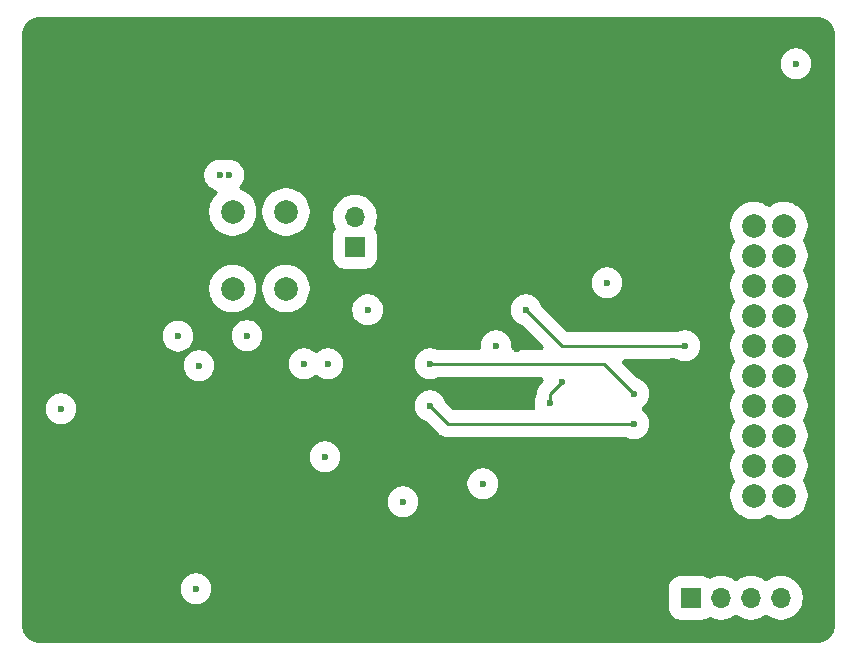
<source format=gbl>
G04 #@! TF.GenerationSoftware,KiCad,Pcbnew,9.0.0*
G04 #@! TF.CreationDate,2025-08-17T11:06:40-05:00*
G04 #@! TF.ProjectId,silver-platter,73696c76-6572-42d7-906c-61747465722e,rev?*
G04 #@! TF.SameCoordinates,Original*
G04 #@! TF.FileFunction,Copper,L4,Bot*
G04 #@! TF.FilePolarity,Positive*
%FSLAX46Y46*%
G04 Gerber Fmt 4.6, Leading zero omitted, Abs format (unit mm)*
G04 Created by KiCad (PCBNEW 9.0.0) date 2025-08-17 11:06:40*
%MOMM*%
%LPD*%
G01*
G04 APERTURE LIST*
G04 #@! TA.AperFunction,ComponentPad*
%ADD10C,2.000000*%
G04 #@! TD*
G04 #@! TA.AperFunction,ComponentPad*
%ADD11R,1.700000X1.700000*%
G04 #@! TD*
G04 #@! TA.AperFunction,ComponentPad*
%ADD12O,1.700000X1.700000*%
G04 #@! TD*
G04 #@! TA.AperFunction,ViaPad*
%ADD13C,0.600000*%
G04 #@! TD*
G04 #@! TA.AperFunction,Conductor*
%ADD14C,0.250000*%
G04 #@! TD*
G04 APERTURE END LIST*
D10*
X136470000Y-96520000D03*
X136470000Y-90020000D03*
X140970000Y-96520000D03*
X140970000Y-90020000D03*
X180594000Y-91186000D03*
X183134000Y-91186000D03*
X180594000Y-93726000D03*
X183134000Y-93726000D03*
X180594000Y-96266000D03*
X183134000Y-96266000D03*
X180594000Y-98806000D03*
X183134000Y-98806000D03*
X180594000Y-101346000D03*
X183134000Y-101346000D03*
X180594000Y-103886000D03*
X183134000Y-103886000D03*
X180594000Y-106426000D03*
X183134000Y-106426000D03*
X180594000Y-108966000D03*
X183134000Y-108966000D03*
X180594000Y-111506000D03*
X183134000Y-111506000D03*
X180594000Y-114046000D03*
X183134000Y-114046000D03*
D11*
X175260000Y-122682000D03*
D12*
X177800000Y-122682000D03*
X180340000Y-122682000D03*
X182880000Y-122682000D03*
D11*
X146812000Y-92964000D03*
D12*
X146812000Y-90424000D03*
D13*
X143510000Y-94488000D03*
X133350000Y-121920000D03*
X147881000Y-98298000D03*
X150876000Y-114554000D03*
X144272000Y-110744000D03*
X158750000Y-101346000D03*
X168148000Y-96012000D03*
X137668000Y-100483500D03*
X157633500Y-113030000D03*
X142494000Y-102870000D03*
X144526000Y-102870000D03*
X142494000Y-107087500D03*
X153767000Y-87000000D03*
X132307500Y-78766500D03*
X149151000Y-114554000D03*
X149606000Y-93980000D03*
X144526000Y-101145000D03*
X132541000Y-112014000D03*
X169545000Y-90805000D03*
X173736000Y-102616000D03*
X153977000Y-114554000D03*
X184150000Y-83312000D03*
X142494000Y-101145000D03*
X137160000Y-109855000D03*
X173736000Y-96012000D03*
X144526000Y-107087500D03*
X158750000Y-99621000D03*
X185928000Y-102616000D03*
X173736000Y-99314000D03*
X120015000Y-99695000D03*
X127635000Y-121920000D03*
X166370000Y-77470000D03*
X186182000Y-122682000D03*
X139954000Y-107542500D03*
X135890000Y-104140000D03*
X135128000Y-104140000D03*
X172085000Y-119380000D03*
X126365000Y-89535000D03*
X149606000Y-98298000D03*
X152400000Y-77470000D03*
X131545500Y-78766500D03*
X162500000Y-87000000D03*
X152400000Y-121920000D03*
X158182000Y-87000000D03*
X159358500Y-113030000D03*
X173355000Y-111760000D03*
X121920000Y-121920000D03*
X180340000Y-77470000D03*
X160528000Y-101653000D03*
X153162000Y-106426000D03*
X170434000Y-107950000D03*
X121920000Y-106680000D03*
X136117500Y-86894500D03*
X131826000Y-100536500D03*
X184150000Y-77470000D03*
X135355500Y-86894500D03*
X133615000Y-103023500D03*
X163322000Y-106172000D03*
X164338000Y-104394000D03*
X174752000Y-101346000D03*
X161290000Y-98298000D03*
X170434000Y-105410000D03*
X153162000Y-102870000D03*
D14*
X153162000Y-106426000D02*
X154686000Y-107950000D01*
X154686000Y-107950000D02*
X170434000Y-107950000D01*
X164338000Y-104394000D02*
X163322000Y-105410000D01*
X163322000Y-105410000D02*
X163322000Y-106172000D01*
X174752000Y-101346000D02*
X164338000Y-101346000D01*
X164338000Y-101346000D02*
X161290000Y-98298000D01*
X167894000Y-102870000D02*
X170434000Y-105410000D01*
X153162000Y-102870000D02*
X167894000Y-102870000D01*
G04 #@! TA.AperFunction,Conductor*
G36*
X185968863Y-73526134D02*
G01*
X185996639Y-73528120D01*
X186155645Y-73539493D01*
X186190793Y-73544546D01*
X186365064Y-73582456D01*
X186399143Y-73592463D01*
X186566228Y-73654783D01*
X186598542Y-73669540D01*
X186755062Y-73755006D01*
X186784947Y-73774212D01*
X186927703Y-73881078D01*
X186954553Y-73904343D01*
X187080656Y-74030446D01*
X187103921Y-74057296D01*
X187210787Y-74200052D01*
X187229995Y-74229940D01*
X187315459Y-74386457D01*
X187330216Y-74418771D01*
X187392534Y-74585850D01*
X187402544Y-74619939D01*
X187440451Y-74794195D01*
X187445507Y-74829360D01*
X187458866Y-75016135D01*
X187459500Y-75033899D01*
X187459500Y-124991100D01*
X187458866Y-125008863D01*
X187458866Y-125008864D01*
X187445507Y-125195639D01*
X187440451Y-125230804D01*
X187402544Y-125405060D01*
X187392534Y-125439149D01*
X187330216Y-125606228D01*
X187315459Y-125638542D01*
X187229995Y-125795059D01*
X187210787Y-125824947D01*
X187103921Y-125967703D01*
X187080656Y-125994553D01*
X186954553Y-126120656D01*
X186927703Y-126143921D01*
X186784947Y-126250787D01*
X186755059Y-126269995D01*
X186598542Y-126355459D01*
X186566228Y-126370216D01*
X186399149Y-126432534D01*
X186365060Y-126442544D01*
X186190804Y-126480451D01*
X186155639Y-126485507D01*
X185968864Y-126498866D01*
X185951100Y-126499500D01*
X120118900Y-126499500D01*
X120101136Y-126498866D01*
X119914360Y-126485507D01*
X119879195Y-126480451D01*
X119704939Y-126442544D01*
X119670850Y-126432534D01*
X119503771Y-126370216D01*
X119471457Y-126355459D01*
X119314940Y-126269995D01*
X119285052Y-126250787D01*
X119142296Y-126143921D01*
X119115446Y-126120656D01*
X118989343Y-125994553D01*
X118966078Y-125967703D01*
X118859212Y-125824947D01*
X118840004Y-125795059D01*
X118754540Y-125638542D01*
X118739783Y-125606228D01*
X118677465Y-125439149D01*
X118667455Y-125405060D01*
X118629546Y-125230793D01*
X118624493Y-125195645D01*
X118611134Y-125008863D01*
X118610500Y-124991100D01*
X118610500Y-121817638D01*
X132049500Y-121817638D01*
X132049500Y-122022361D01*
X132081522Y-122224531D01*
X132144778Y-122419214D01*
X132144782Y-122419224D01*
X132216874Y-122560712D01*
X132237713Y-122601610D01*
X132358034Y-122767219D01*
X132502781Y-122911966D01*
X132668390Y-123032287D01*
X132850781Y-123125220D01*
X133045466Y-123188477D01*
X133116575Y-123199739D01*
X133247638Y-123220499D01*
X133247645Y-123220499D01*
X133247648Y-123220500D01*
X133247651Y-123220500D01*
X133452349Y-123220500D01*
X133452352Y-123220500D01*
X133452355Y-123220499D01*
X133452361Y-123220499D01*
X133547870Y-123205371D01*
X133654534Y-123188477D01*
X133849219Y-123125220D01*
X134031610Y-123032287D01*
X134197219Y-122911966D01*
X134341966Y-122767219D01*
X134462287Y-122601610D01*
X134555220Y-122419219D01*
X134618477Y-122224534D01*
X134650500Y-122022352D01*
X134650500Y-121817648D01*
X134650499Y-121817645D01*
X134650499Y-121817638D01*
X134648876Y-121807390D01*
X134648876Y-121807389D01*
X134643582Y-121773963D01*
X173409500Y-121773963D01*
X173409500Y-123590031D01*
X173409501Y-123590043D01*
X173420113Y-123709414D01*
X173420113Y-123709417D01*
X173420114Y-123709418D01*
X173420936Y-123712289D01*
X173476090Y-123905045D01*
X173476093Y-123905053D01*
X173565526Y-124076265D01*
X173570302Y-124085407D01*
X173698891Y-124243109D01*
X173856593Y-124371698D01*
X174036951Y-124465909D01*
X174232582Y-124521886D01*
X174351963Y-124532500D01*
X176168036Y-124532499D01*
X176287418Y-124521886D01*
X176483049Y-124465909D01*
X176663407Y-124371698D01*
X176680453Y-124357797D01*
X176766278Y-124312269D01*
X176862995Y-124303050D01*
X176955877Y-124331544D01*
X176962265Y-124335107D01*
X176979788Y-124345224D01*
X176979789Y-124345224D01*
X176979792Y-124345226D01*
X176979800Y-124345230D01*
X177129196Y-124407110D01*
X177203900Y-124438054D01*
X177203911Y-124438057D01*
X177203917Y-124438059D01*
X177307855Y-124465909D01*
X177438211Y-124500838D01*
X177678712Y-124532500D01*
X177921288Y-124532500D01*
X178161789Y-124500838D01*
X178323275Y-124457567D01*
X178396082Y-124438059D01*
X178396084Y-124438058D01*
X178396100Y-124438054D01*
X178556305Y-124371695D01*
X178620201Y-124345229D01*
X178620206Y-124345226D01*
X178620212Y-124345224D01*
X178830289Y-124223936D01*
X178918423Y-124156308D01*
X179005554Y-124113341D01*
X179102501Y-124106986D01*
X179194500Y-124138216D01*
X179221568Y-124156301D01*
X179309711Y-124223936D01*
X179353568Y-124249257D01*
X179519782Y-124345221D01*
X179519798Y-124345229D01*
X179659858Y-124403242D01*
X179743900Y-124438054D01*
X179743911Y-124438057D01*
X179743917Y-124438059D01*
X179847855Y-124465909D01*
X179978211Y-124500838D01*
X180218712Y-124532500D01*
X180461288Y-124532500D01*
X180701789Y-124500838D01*
X180863275Y-124457567D01*
X180936082Y-124438059D01*
X180936084Y-124438058D01*
X180936100Y-124438054D01*
X181096305Y-124371695D01*
X181160201Y-124345229D01*
X181160206Y-124345226D01*
X181160212Y-124345224D01*
X181370289Y-124223936D01*
X181458830Y-124155995D01*
X181545965Y-124113025D01*
X181642912Y-124106671D01*
X181734911Y-124137901D01*
X181761992Y-124155995D01*
X181849999Y-124223524D01*
X182060004Y-124344771D01*
X182060020Y-124344779D01*
X182284055Y-124437576D01*
X182284064Y-124437579D01*
X182518313Y-124500346D01*
X182758745Y-124532000D01*
X183001255Y-124532000D01*
X183241686Y-124500346D01*
X183475935Y-124437579D01*
X183475944Y-124437576D01*
X183699979Y-124344779D01*
X183699995Y-124344771D01*
X183910000Y-124223524D01*
X183910010Y-124223518D01*
X184102400Y-124075893D01*
X184102410Y-124075884D01*
X184273884Y-123904410D01*
X184273893Y-123904400D01*
X184421518Y-123712010D01*
X184421524Y-123712000D01*
X184542771Y-123501995D01*
X184542779Y-123501979D01*
X184635576Y-123277944D01*
X184635579Y-123277935D01*
X184698346Y-123043686D01*
X184730000Y-122803254D01*
X184730000Y-122560745D01*
X184698346Y-122320313D01*
X184635579Y-122086064D01*
X184635576Y-122086055D01*
X184542779Y-121862020D01*
X184542771Y-121862004D01*
X184421524Y-121651999D01*
X184421518Y-121651989D01*
X184273893Y-121459599D01*
X184273884Y-121459589D01*
X184102410Y-121288115D01*
X184102400Y-121288106D01*
X183910010Y-121140481D01*
X183910000Y-121140475D01*
X183699995Y-121019228D01*
X183699979Y-121019220D01*
X183475944Y-120926423D01*
X183475935Y-120926420D01*
X183241686Y-120863653D01*
X183001255Y-120832000D01*
X182758745Y-120832000D01*
X182518313Y-120863653D01*
X182284064Y-120926420D01*
X182284055Y-120926423D01*
X182060020Y-121019220D01*
X182060004Y-121019228D01*
X181850000Y-121140474D01*
X181761991Y-121208005D01*
X181674854Y-121250974D01*
X181577907Y-121257327D01*
X181485909Y-121226097D01*
X181458831Y-121208004D01*
X181370832Y-121140481D01*
X181370289Y-121140064D01*
X181337084Y-121120893D01*
X181160217Y-121018778D01*
X181160201Y-121018770D01*
X180936105Y-120925948D01*
X180936103Y-120925947D01*
X180936100Y-120925946D01*
X180936096Y-120925945D01*
X180936082Y-120925940D01*
X180701795Y-120863163D01*
X180701790Y-120863162D01*
X180461288Y-120831500D01*
X180218712Y-120831500D01*
X179978209Y-120863162D01*
X179978204Y-120863163D01*
X179743917Y-120925940D01*
X179743894Y-120925948D01*
X179519798Y-121018770D01*
X179519782Y-121018778D01*
X179309720Y-121140058D01*
X179309715Y-121140061D01*
X179309711Y-121140064D01*
X179221578Y-121207690D01*
X179134445Y-121250659D01*
X179037498Y-121257013D01*
X178945499Y-121225783D01*
X178918425Y-121207693D01*
X178830289Y-121140064D01*
X178797084Y-121120893D01*
X178620217Y-121018778D01*
X178620201Y-121018770D01*
X178396105Y-120925948D01*
X178396103Y-120925947D01*
X178396100Y-120925946D01*
X178396096Y-120925945D01*
X178396082Y-120925940D01*
X178161795Y-120863163D01*
X178161790Y-120863162D01*
X177921288Y-120831500D01*
X177678712Y-120831500D01*
X177438209Y-120863162D01*
X177438204Y-120863163D01*
X177203917Y-120925940D01*
X177203894Y-120925948D01*
X176979789Y-121018774D01*
X176979781Y-121018778D01*
X176962303Y-121028869D01*
X176870303Y-121060096D01*
X176773357Y-121053739D01*
X176686222Y-121010765D01*
X176680456Y-121006203D01*
X176663413Y-120992306D01*
X176663402Y-120992299D01*
X176483053Y-120898093D01*
X176483052Y-120898092D01*
X176483049Y-120898091D01*
X176287418Y-120842114D01*
X176168037Y-120831500D01*
X176168035Y-120831500D01*
X174351968Y-120831500D01*
X174351956Y-120831501D01*
X174232585Y-120842113D01*
X174036954Y-120898090D01*
X174036946Y-120898093D01*
X173856597Y-120992299D01*
X173856592Y-120992302D01*
X173698893Y-121120889D01*
X173698889Y-121120893D01*
X173570302Y-121278592D01*
X173570299Y-121278597D01*
X173476093Y-121458946D01*
X173476090Y-121458954D01*
X173420115Y-121654578D01*
X173420114Y-121654582D01*
X173409500Y-121773963D01*
X134643582Y-121773963D01*
X134618477Y-121615467D01*
X134567832Y-121459599D01*
X134555220Y-121420781D01*
X134462287Y-121238390D01*
X134341966Y-121072781D01*
X134197219Y-120928034D01*
X134031610Y-120807713D01*
X134031609Y-120807712D01*
X134031607Y-120807711D01*
X133849224Y-120714782D01*
X133849214Y-120714778D01*
X133654531Y-120651522D01*
X133452361Y-120619500D01*
X133452352Y-120619500D01*
X133247648Y-120619500D01*
X133247638Y-120619500D01*
X133045468Y-120651522D01*
X132850785Y-120714778D01*
X132850775Y-120714782D01*
X132668392Y-120807711D01*
X132502779Y-120928035D01*
X132358035Y-121072779D01*
X132237711Y-121238392D01*
X132144782Y-121420775D01*
X132144778Y-121420785D01*
X132081522Y-121615468D01*
X132049500Y-121817638D01*
X118610500Y-121817638D01*
X118610500Y-114451638D01*
X149575500Y-114451638D01*
X149575500Y-114656361D01*
X149607522Y-114858531D01*
X149670778Y-115053214D01*
X149670782Y-115053224D01*
X149763711Y-115235607D01*
X149763713Y-115235610D01*
X149884034Y-115401219D01*
X150028781Y-115545966D01*
X150194390Y-115666287D01*
X150194392Y-115666288D01*
X150285111Y-115712512D01*
X150376781Y-115759220D01*
X150571466Y-115822477D01*
X150642575Y-115833739D01*
X150773638Y-115854499D01*
X150773645Y-115854499D01*
X150773648Y-115854500D01*
X150773651Y-115854500D01*
X150978349Y-115854500D01*
X150978352Y-115854500D01*
X150978355Y-115854499D01*
X150978361Y-115854499D01*
X151073870Y-115839371D01*
X151180534Y-115822477D01*
X151375219Y-115759220D01*
X151557610Y-115666287D01*
X151723219Y-115545966D01*
X151867966Y-115401219D01*
X151988287Y-115235610D01*
X152081220Y-115053219D01*
X152144477Y-114858534D01*
X152161371Y-114751870D01*
X152176499Y-114656361D01*
X152176500Y-114656349D01*
X152176500Y-114451650D01*
X152176499Y-114451638D01*
X152144477Y-114249468D01*
X152144477Y-114249466D01*
X152081220Y-114054781D01*
X151988287Y-113872390D01*
X151867966Y-113706781D01*
X151723219Y-113562034D01*
X151557610Y-113441713D01*
X151557609Y-113441712D01*
X151557607Y-113441711D01*
X151375224Y-113348782D01*
X151375214Y-113348778D01*
X151180531Y-113285522D01*
X150978361Y-113253500D01*
X150978352Y-113253500D01*
X150773648Y-113253500D01*
X150773638Y-113253500D01*
X150571468Y-113285522D01*
X150376785Y-113348778D01*
X150376775Y-113348782D01*
X150194392Y-113441711D01*
X150028779Y-113562035D01*
X149884035Y-113706779D01*
X149763711Y-113872392D01*
X149670782Y-114054775D01*
X149670778Y-114054785D01*
X149607522Y-114249468D01*
X149575500Y-114451638D01*
X118610500Y-114451638D01*
X118610500Y-112927638D01*
X156333000Y-112927638D01*
X156333000Y-113132361D01*
X156365022Y-113334531D01*
X156428278Y-113529214D01*
X156428282Y-113529224D01*
X156518751Y-113706779D01*
X156521213Y-113711610D01*
X156641534Y-113877219D01*
X156786281Y-114021966D01*
X156951890Y-114142287D01*
X156951892Y-114142288D01*
X157020253Y-114177120D01*
X157134281Y-114235220D01*
X157328966Y-114298477D01*
X157400075Y-114309739D01*
X157531138Y-114330499D01*
X157531145Y-114330499D01*
X157531148Y-114330500D01*
X157531151Y-114330500D01*
X157735849Y-114330500D01*
X157735852Y-114330500D01*
X157735855Y-114330499D01*
X157735861Y-114330499D01*
X157831370Y-114315371D01*
X157938034Y-114298477D01*
X158132719Y-114235220D01*
X158315110Y-114142287D01*
X158480719Y-114021966D01*
X158625466Y-113877219D01*
X158745787Y-113711610D01*
X158838720Y-113529219D01*
X158901977Y-113334534D01*
X158929698Y-113159516D01*
X158933999Y-113132361D01*
X158934000Y-113132349D01*
X158934000Y-112927650D01*
X158933999Y-112927638D01*
X158901977Y-112725468D01*
X158901977Y-112725466D01*
X158838720Y-112530781D01*
X158745787Y-112348390D01*
X158625466Y-112182781D01*
X158480719Y-112038034D01*
X158315110Y-111917713D01*
X158315109Y-111917712D01*
X158315107Y-111917711D01*
X158132724Y-111824782D01*
X158132714Y-111824778D01*
X157938031Y-111761522D01*
X157735861Y-111729500D01*
X157735852Y-111729500D01*
X157531148Y-111729500D01*
X157531138Y-111729500D01*
X157328968Y-111761522D01*
X157134285Y-111824778D01*
X157134275Y-111824782D01*
X156951892Y-111917711D01*
X156786279Y-112038035D01*
X156641535Y-112182779D01*
X156521211Y-112348392D01*
X156428282Y-112530775D01*
X156428278Y-112530785D01*
X156365022Y-112725468D01*
X156333000Y-112927638D01*
X118610500Y-112927638D01*
X118610500Y-110641638D01*
X142971500Y-110641638D01*
X142971500Y-110846361D01*
X143003522Y-111048531D01*
X143066778Y-111243214D01*
X143066782Y-111243224D01*
X143133881Y-111374912D01*
X143159713Y-111425610D01*
X143280034Y-111591219D01*
X143424781Y-111735966D01*
X143590390Y-111856287D01*
X143772781Y-111949220D01*
X143967466Y-112012477D01*
X144038575Y-112023739D01*
X144169638Y-112044499D01*
X144169645Y-112044499D01*
X144169648Y-112044500D01*
X144169651Y-112044500D01*
X144374349Y-112044500D01*
X144374352Y-112044500D01*
X144374355Y-112044499D01*
X144374361Y-112044499D01*
X144469870Y-112029371D01*
X144576534Y-112012477D01*
X144771219Y-111949220D01*
X144953610Y-111856287D01*
X145119219Y-111735966D01*
X145263966Y-111591219D01*
X145384287Y-111425610D01*
X145477220Y-111243219D01*
X145540477Y-111048534D01*
X145572500Y-110846352D01*
X145572500Y-110641648D01*
X145572499Y-110641645D01*
X145572499Y-110641638D01*
X145540477Y-110439468D01*
X145540477Y-110439466D01*
X145477220Y-110244781D01*
X145439912Y-110171561D01*
X145384288Y-110062392D01*
X145384287Y-110062390D01*
X145263966Y-109896781D01*
X145119219Y-109752034D01*
X144953610Y-109631713D01*
X144953609Y-109631712D01*
X144953607Y-109631711D01*
X144771224Y-109538782D01*
X144771214Y-109538778D01*
X144576531Y-109475522D01*
X144374361Y-109443500D01*
X144374352Y-109443500D01*
X144169648Y-109443500D01*
X144169638Y-109443500D01*
X143967468Y-109475522D01*
X143772785Y-109538778D01*
X143772775Y-109538782D01*
X143590392Y-109631711D01*
X143424779Y-109752035D01*
X143280035Y-109896779D01*
X143159711Y-110062392D01*
X143066782Y-110244775D01*
X143066778Y-110244785D01*
X143003522Y-110439468D01*
X142971500Y-110641638D01*
X118610500Y-110641638D01*
X118610500Y-106577638D01*
X120619500Y-106577638D01*
X120619500Y-106782361D01*
X120651522Y-106984531D01*
X120714778Y-107179214D01*
X120714782Y-107179224D01*
X120807711Y-107361607D01*
X120807713Y-107361610D01*
X120928034Y-107527219D01*
X121072781Y-107671966D01*
X121238390Y-107792287D01*
X121420781Y-107885220D01*
X121615466Y-107948477D01*
X121686575Y-107959739D01*
X121817638Y-107980499D01*
X121817645Y-107980499D01*
X121817648Y-107980500D01*
X121817651Y-107980500D01*
X122022349Y-107980500D01*
X122022352Y-107980500D01*
X122022355Y-107980499D01*
X122022361Y-107980499D01*
X122117870Y-107965371D01*
X122224534Y-107948477D01*
X122419219Y-107885220D01*
X122601610Y-107792287D01*
X122767219Y-107671966D01*
X122911966Y-107527219D01*
X123032287Y-107361610D01*
X123125220Y-107179219D01*
X123188477Y-106984534D01*
X123211732Y-106837713D01*
X123220499Y-106782361D01*
X123220500Y-106782349D01*
X123220500Y-106577650D01*
X123220499Y-106577638D01*
X123192674Y-106401964D01*
X123188477Y-106375466D01*
X123125220Y-106180781D01*
X123094998Y-106121468D01*
X123032288Y-105998392D01*
X123032287Y-105998390D01*
X122911966Y-105832781D01*
X122767219Y-105688034D01*
X122601610Y-105567713D01*
X122601609Y-105567712D01*
X122601607Y-105567711D01*
X122419224Y-105474782D01*
X122419214Y-105474778D01*
X122224531Y-105411522D01*
X122022361Y-105379500D01*
X122022352Y-105379500D01*
X121817648Y-105379500D01*
X121817638Y-105379500D01*
X121615468Y-105411522D01*
X121420785Y-105474778D01*
X121420775Y-105474782D01*
X121238392Y-105567711D01*
X121072779Y-105688035D01*
X120928035Y-105832779D01*
X120807711Y-105998392D01*
X120714782Y-106180775D01*
X120714778Y-106180785D01*
X120651522Y-106375468D01*
X120619500Y-106577638D01*
X118610500Y-106577638D01*
X118610500Y-102921138D01*
X132314500Y-102921138D01*
X132314500Y-103125861D01*
X132346522Y-103328031D01*
X132409778Y-103522714D01*
X132409782Y-103522724D01*
X132492027Y-103684138D01*
X132502713Y-103705110D01*
X132623034Y-103870719D01*
X132767781Y-104015466D01*
X132933390Y-104135787D01*
X133115781Y-104228720D01*
X133310466Y-104291977D01*
X133381575Y-104303239D01*
X133512638Y-104323999D01*
X133512645Y-104323999D01*
X133512648Y-104324000D01*
X133512651Y-104324000D01*
X133717349Y-104324000D01*
X133717352Y-104324000D01*
X133717355Y-104323999D01*
X133717361Y-104323999D01*
X133812870Y-104308871D01*
X133919534Y-104291977D01*
X134114219Y-104228720D01*
X134296610Y-104135787D01*
X134462219Y-104015466D01*
X134606966Y-103870719D01*
X134727287Y-103705110D01*
X134820220Y-103522719D01*
X134883477Y-103328034D01*
X134900371Y-103221370D01*
X134915499Y-103125861D01*
X134915500Y-103125849D01*
X134915500Y-102921150D01*
X134915499Y-102921139D01*
X134895808Y-102796818D01*
X134891186Y-102767638D01*
X141193500Y-102767638D01*
X141193500Y-102972361D01*
X141225522Y-103174531D01*
X141288778Y-103369214D01*
X141288782Y-103369224D01*
X141381711Y-103551607D01*
X141381713Y-103551610D01*
X141502034Y-103717219D01*
X141646781Y-103861966D01*
X141812390Y-103982287D01*
X141812392Y-103982288D01*
X141880753Y-104017120D01*
X141994781Y-104075220D01*
X142189466Y-104138477D01*
X142257243Y-104149212D01*
X142391638Y-104170499D01*
X142391645Y-104170499D01*
X142391648Y-104170500D01*
X142391651Y-104170500D01*
X142596349Y-104170500D01*
X142596352Y-104170500D01*
X142596355Y-104170499D01*
X142596361Y-104170499D01*
X142691870Y-104155371D01*
X142798534Y-104138477D01*
X142993219Y-104075220D01*
X143175610Y-103982287D01*
X143341219Y-103861966D01*
X143341232Y-103861952D01*
X143348287Y-103855929D01*
X143433055Y-103808457D01*
X143529536Y-103797038D01*
X143623044Y-103823409D01*
X143671713Y-103855929D01*
X143678773Y-103861958D01*
X143678781Y-103861966D01*
X143844390Y-103982287D01*
X143844392Y-103982288D01*
X143912753Y-104017120D01*
X144026781Y-104075220D01*
X144221466Y-104138477D01*
X144289243Y-104149212D01*
X144423638Y-104170499D01*
X144423645Y-104170499D01*
X144423648Y-104170500D01*
X144423651Y-104170500D01*
X144628349Y-104170500D01*
X144628352Y-104170500D01*
X144628355Y-104170499D01*
X144628361Y-104170499D01*
X144723870Y-104155371D01*
X144830534Y-104138477D01*
X145025219Y-104075220D01*
X145207610Y-103982287D01*
X145373219Y-103861966D01*
X145517966Y-103717219D01*
X145638287Y-103551610D01*
X145731220Y-103369219D01*
X145794477Y-103174534D01*
X145822198Y-102999516D01*
X145826499Y-102972361D01*
X145826500Y-102972349D01*
X145826500Y-102767650D01*
X145826499Y-102767638D01*
X151861500Y-102767638D01*
X151861500Y-102972361D01*
X151893522Y-103174531D01*
X151956778Y-103369214D01*
X151956782Y-103369224D01*
X152049711Y-103551607D01*
X152049713Y-103551610D01*
X152170034Y-103717219D01*
X152314781Y-103861966D01*
X152480390Y-103982287D01*
X152480392Y-103982288D01*
X152548753Y-104017120D01*
X152662781Y-104075220D01*
X152857466Y-104138477D01*
X152925243Y-104149212D01*
X153059638Y-104170499D01*
X153059645Y-104170499D01*
X153059648Y-104170500D01*
X153059651Y-104170500D01*
X153264349Y-104170500D01*
X153264352Y-104170500D01*
X153264355Y-104170499D01*
X153264361Y-104170499D01*
X153359870Y-104155371D01*
X153466534Y-104138477D01*
X153661219Y-104075220D01*
X153764415Y-104022638D01*
X153857922Y-103996268D01*
X153877458Y-103995500D01*
X162543663Y-103995500D01*
X162638951Y-104014454D01*
X162719733Y-104068430D01*
X162773709Y-104149212D01*
X162792663Y-104244500D01*
X162773709Y-104339788D01*
X162719734Y-104420568D01*
X162588786Y-104551517D01*
X162588785Y-104551516D01*
X162463519Y-104676783D01*
X162463516Y-104676787D01*
X162359388Y-104820106D01*
X162284653Y-104966781D01*
X162284652Y-104966780D01*
X162278961Y-104977950D01*
X162278958Y-104977956D01*
X162247230Y-105075607D01*
X162224214Y-105146444D01*
X162222459Y-105157522D01*
X162217552Y-105188508D01*
X162214488Y-105207851D01*
X162196500Y-105321421D01*
X162196500Y-105465645D01*
X162195836Y-105474718D01*
X162185281Y-105512940D01*
X162177546Y-105551829D01*
X162170057Y-105568071D01*
X162169976Y-105568368D01*
X162169841Y-105568540D01*
X162169361Y-105569583D01*
X162116781Y-105672777D01*
X162116777Y-105672788D01*
X162053522Y-105867468D01*
X162021500Y-106069638D01*
X162021500Y-106274361D01*
X162053522Y-106476533D01*
X162053522Y-106476534D01*
X162060678Y-106498556D01*
X162072097Y-106595037D01*
X162045725Y-106688544D01*
X161985577Y-106764842D01*
X161900809Y-106812313D01*
X161823865Y-106824500D01*
X155255337Y-106824500D01*
X155160049Y-106805546D01*
X155079267Y-106751570D01*
X154463752Y-106136055D01*
X154409776Y-106055273D01*
X154403009Y-106036929D01*
X154367223Y-105926791D01*
X154367220Y-105926781D01*
X154274287Y-105744390D01*
X154153966Y-105578781D01*
X154009219Y-105434034D01*
X153843610Y-105313713D01*
X153843609Y-105313712D01*
X153843607Y-105313711D01*
X153661224Y-105220782D01*
X153661214Y-105220778D01*
X153466531Y-105157522D01*
X153264361Y-105125500D01*
X153264352Y-105125500D01*
X153059648Y-105125500D01*
X153059638Y-105125500D01*
X152857468Y-105157522D01*
X152662785Y-105220778D01*
X152662775Y-105220782D01*
X152480392Y-105313711D01*
X152314779Y-105434035D01*
X152170035Y-105578779D01*
X152049711Y-105744392D01*
X151956782Y-105926775D01*
X151956778Y-105926785D01*
X151893522Y-106121468D01*
X151861500Y-106323638D01*
X151861500Y-106528361D01*
X151893522Y-106730531D01*
X151956778Y-106925214D01*
X151956782Y-106925224D01*
X152030762Y-107070417D01*
X152049713Y-107107610D01*
X152170034Y-107273219D01*
X152314781Y-107417966D01*
X152480390Y-107538287D01*
X152662781Y-107631220D01*
X152772929Y-107667009D01*
X152857697Y-107714480D01*
X152872055Y-107727752D01*
X153827517Y-108683214D01*
X153827516Y-108683214D01*
X153941522Y-108797219D01*
X153952786Y-108808483D01*
X154029392Y-108864140D01*
X154096105Y-108912611D01*
X154096107Y-108912612D01*
X154096110Y-108912614D01*
X154153716Y-108941966D01*
X154253957Y-108993042D01*
X154422444Y-109047786D01*
X154446368Y-109051575D01*
X154597421Y-109075500D01*
X169718542Y-109075500D01*
X169813830Y-109094454D01*
X169831577Y-109102635D01*
X169934781Y-109155220D01*
X170129466Y-109218477D01*
X170200575Y-109229739D01*
X170331638Y-109250499D01*
X170331645Y-109250499D01*
X170331648Y-109250500D01*
X170331651Y-109250500D01*
X170536349Y-109250500D01*
X170536352Y-109250500D01*
X170536355Y-109250499D01*
X170536361Y-109250499D01*
X170631870Y-109235371D01*
X170738534Y-109218477D01*
X170933219Y-109155220D01*
X171115610Y-109062287D01*
X171281219Y-108941966D01*
X171425966Y-108797219D01*
X171546287Y-108631610D01*
X171639220Y-108449219D01*
X171702477Y-108254534D01*
X171730198Y-108079516D01*
X171734499Y-108052361D01*
X171734500Y-108052349D01*
X171734500Y-107847650D01*
X171734499Y-107847638D01*
X171702477Y-107645468D01*
X171702477Y-107645466D01*
X171639220Y-107450781D01*
X171546287Y-107268390D01*
X171425966Y-107102781D01*
X171281219Y-106958034D01*
X171175801Y-106881444D01*
X171109854Y-106810103D01*
X171076227Y-106718953D01*
X171080041Y-106621873D01*
X171120715Y-106533642D01*
X171175800Y-106478556D01*
X171281219Y-106401966D01*
X171425966Y-106257219D01*
X171546287Y-106091610D01*
X171639220Y-105909219D01*
X171702477Y-105714534D01*
X171723979Y-105578779D01*
X171734499Y-105512361D01*
X171734500Y-105512349D01*
X171734500Y-105307650D01*
X171734499Y-105307638D01*
X171710481Y-105156000D01*
X171702477Y-105105466D01*
X171639220Y-104910781D01*
X171546287Y-104728390D01*
X171425966Y-104562781D01*
X171281219Y-104418034D01*
X171115610Y-104297713D01*
X171115609Y-104297712D01*
X171115607Y-104297711D01*
X170933224Y-104204782D01*
X170933217Y-104204779D01*
X170823067Y-104168989D01*
X170738300Y-104121517D01*
X170723943Y-104108246D01*
X169512267Y-102896570D01*
X169458291Y-102815788D01*
X169439337Y-102720500D01*
X169458291Y-102625212D01*
X169512267Y-102544430D01*
X169593049Y-102490454D01*
X169688337Y-102471500D01*
X174036542Y-102471500D01*
X174131830Y-102490454D01*
X174149577Y-102498635D01*
X174252781Y-102551220D01*
X174447466Y-102614477D01*
X174515243Y-102625212D01*
X174649638Y-102646499D01*
X174649645Y-102646499D01*
X174649648Y-102646500D01*
X174649651Y-102646500D01*
X174854349Y-102646500D01*
X174854352Y-102646500D01*
X174854355Y-102646499D01*
X174854361Y-102646499D01*
X174949870Y-102631371D01*
X175056534Y-102614477D01*
X175251219Y-102551220D01*
X175433610Y-102458287D01*
X175599219Y-102337966D01*
X175743966Y-102193219D01*
X175864287Y-102027610D01*
X175957220Y-101845219D01*
X176020477Y-101650534D01*
X176039811Y-101528464D01*
X176052499Y-101448361D01*
X176052500Y-101448349D01*
X176052500Y-101243650D01*
X176052499Y-101243638D01*
X176020477Y-101041468D01*
X176020477Y-101041466D01*
X175957220Y-100846781D01*
X175864287Y-100664390D01*
X175743966Y-100498781D01*
X175599219Y-100354034D01*
X175433610Y-100233713D01*
X175433609Y-100233712D01*
X175433607Y-100233711D01*
X175251224Y-100140782D01*
X175251214Y-100140778D01*
X175056531Y-100077522D01*
X174854361Y-100045500D01*
X174854352Y-100045500D01*
X174649648Y-100045500D01*
X174649638Y-100045500D01*
X174447468Y-100077522D01*
X174252785Y-100140778D01*
X174252781Y-100140779D01*
X174252781Y-100140780D01*
X174149584Y-100193361D01*
X174056078Y-100219732D01*
X174036542Y-100220500D01*
X164907338Y-100220500D01*
X164812050Y-100201546D01*
X164731268Y-100147570D01*
X162591752Y-98008055D01*
X162537776Y-97927273D01*
X162531009Y-97908929D01*
X162509212Y-97841845D01*
X162495220Y-97798781D01*
X162402287Y-97616390D01*
X162281966Y-97450781D01*
X162137219Y-97306034D01*
X161971610Y-97185713D01*
X161971609Y-97185712D01*
X161971607Y-97185711D01*
X161789224Y-97092782D01*
X161789214Y-97092778D01*
X161594531Y-97029522D01*
X161392361Y-96997500D01*
X161392352Y-96997500D01*
X161187648Y-96997500D01*
X161187638Y-96997500D01*
X160985468Y-97029522D01*
X160790785Y-97092778D01*
X160790775Y-97092782D01*
X160608392Y-97185711D01*
X160442779Y-97306035D01*
X160298035Y-97450779D01*
X160177711Y-97616392D01*
X160084782Y-97798775D01*
X160084778Y-97798785D01*
X160021522Y-97993468D01*
X159989500Y-98195638D01*
X159989500Y-98400361D01*
X160021522Y-98602531D01*
X160084778Y-98797214D01*
X160084782Y-98797224D01*
X160156063Y-98937120D01*
X160177713Y-98979610D01*
X160298034Y-99145219D01*
X160442781Y-99289966D01*
X160608390Y-99410287D01*
X160790781Y-99503220D01*
X160900929Y-99539009D01*
X160985697Y-99586480D01*
X161000055Y-99599752D01*
X162719732Y-101319430D01*
X162773708Y-101400212D01*
X162792662Y-101495500D01*
X162773708Y-101590788D01*
X162719732Y-101671570D01*
X162638950Y-101725546D01*
X162543662Y-101744500D01*
X160295137Y-101744500D01*
X160199849Y-101725546D01*
X160119067Y-101671570D01*
X160065091Y-101590788D01*
X160046137Y-101495500D01*
X160049202Y-101456554D01*
X160050498Y-101448365D01*
X160050498Y-101448363D01*
X160050500Y-101448352D01*
X160050500Y-101243648D01*
X160050499Y-101243645D01*
X160050499Y-101243638D01*
X160018477Y-101041468D01*
X160018477Y-101041466D01*
X159955220Y-100846781D01*
X159862287Y-100664390D01*
X159741966Y-100498781D01*
X159597219Y-100354034D01*
X159431610Y-100233713D01*
X159431609Y-100233712D01*
X159431607Y-100233711D01*
X159249224Y-100140782D01*
X159249214Y-100140778D01*
X159054531Y-100077522D01*
X158852361Y-100045500D01*
X158852352Y-100045500D01*
X158647648Y-100045500D01*
X158647638Y-100045500D01*
X158445468Y-100077522D01*
X158250785Y-100140778D01*
X158250775Y-100140782D01*
X158068392Y-100233711D01*
X157902779Y-100354035D01*
X157758035Y-100498779D01*
X157637711Y-100664392D01*
X157544782Y-100846775D01*
X157544778Y-100846785D01*
X157481522Y-101041468D01*
X157449500Y-101243638D01*
X157449500Y-101448349D01*
X157449501Y-101448365D01*
X157450798Y-101456554D01*
X157446982Y-101553634D01*
X157406305Y-101641863D01*
X157334960Y-101707810D01*
X157243809Y-101741435D01*
X157204863Y-101744500D01*
X153877458Y-101744500D01*
X153782170Y-101725546D01*
X153764422Y-101717364D01*
X153661219Y-101664780D01*
X153661216Y-101664779D01*
X153661214Y-101664778D01*
X153466531Y-101601522D01*
X153264361Y-101569500D01*
X153264352Y-101569500D01*
X153059648Y-101569500D01*
X153059638Y-101569500D01*
X152857468Y-101601522D01*
X152662785Y-101664778D01*
X152662775Y-101664782D01*
X152480392Y-101757711D01*
X152314779Y-101878035D01*
X152170035Y-102022779D01*
X152049711Y-102188392D01*
X151956782Y-102370775D01*
X151956778Y-102370785D01*
X151893522Y-102565468D01*
X151861500Y-102767638D01*
X145826499Y-102767638D01*
X145794477Y-102565468D01*
X145794477Y-102565466D01*
X145731220Y-102370781D01*
X145638287Y-102188390D01*
X145517966Y-102022781D01*
X145373219Y-101878034D01*
X145207610Y-101757713D01*
X145207609Y-101757712D01*
X145207607Y-101757711D01*
X145025224Y-101664782D01*
X145025214Y-101664778D01*
X144830531Y-101601522D01*
X144628361Y-101569500D01*
X144628352Y-101569500D01*
X144423648Y-101569500D01*
X144423638Y-101569500D01*
X144221468Y-101601522D01*
X144026785Y-101664778D01*
X144026775Y-101664782D01*
X143844392Y-101757711D01*
X143678777Y-101878037D01*
X143671705Y-101884077D01*
X143586936Y-101931545D01*
X143490454Y-101942961D01*
X143396948Y-101916585D01*
X143348295Y-101884077D01*
X143341222Y-101878037D01*
X143341219Y-101878034D01*
X143175610Y-101757713D01*
X143175609Y-101757712D01*
X143175607Y-101757711D01*
X142993224Y-101664782D01*
X142993214Y-101664778D01*
X142798531Y-101601522D01*
X142596361Y-101569500D01*
X142596352Y-101569500D01*
X142391648Y-101569500D01*
X142391638Y-101569500D01*
X142189468Y-101601522D01*
X141994785Y-101664778D01*
X141994775Y-101664782D01*
X141812392Y-101757711D01*
X141646779Y-101878035D01*
X141502035Y-102022779D01*
X141381711Y-102188392D01*
X141288782Y-102370775D01*
X141288778Y-102370785D01*
X141225522Y-102565468D01*
X141193500Y-102767638D01*
X134891186Y-102767638D01*
X134890303Y-102762065D01*
X134883477Y-102718966D01*
X134820220Y-102524281D01*
X134727287Y-102341890D01*
X134606966Y-102176281D01*
X134462219Y-102031534D01*
X134296610Y-101911213D01*
X134296609Y-101911212D01*
X134296607Y-101911211D01*
X134114224Y-101818282D01*
X134114214Y-101818278D01*
X133919531Y-101755022D01*
X133717361Y-101723000D01*
X133717352Y-101723000D01*
X133512648Y-101723000D01*
X133512638Y-101723000D01*
X133310468Y-101755022D01*
X133115785Y-101818278D01*
X133115780Y-101818280D01*
X133040268Y-101856755D01*
X133040263Y-101856757D01*
X132933390Y-101911213D01*
X132767781Y-102031534D01*
X132692474Y-102106840D01*
X132692467Y-102106846D01*
X132623035Y-102176279D01*
X132502711Y-102341892D01*
X132409782Y-102524275D01*
X132409778Y-102524285D01*
X132346522Y-102718968D01*
X132314500Y-102921138D01*
X118610500Y-102921138D01*
X118610500Y-100434138D01*
X130525500Y-100434138D01*
X130525500Y-100638861D01*
X130557522Y-100841031D01*
X130620778Y-101035714D01*
X130620782Y-101035724D01*
X130713711Y-101218107D01*
X130713713Y-101218110D01*
X130834034Y-101383719D01*
X130978781Y-101528466D01*
X131144390Y-101648787D01*
X131326781Y-101741720D01*
X131521466Y-101804977D01*
X131592575Y-101816239D01*
X131723638Y-101836999D01*
X131723645Y-101836999D01*
X131723648Y-101837000D01*
X131723651Y-101837000D01*
X131928349Y-101837000D01*
X131928352Y-101837000D01*
X131928355Y-101836999D01*
X131928361Y-101836999D01*
X132023870Y-101821871D01*
X132130534Y-101804977D01*
X132325219Y-101741720D01*
X132507610Y-101648787D01*
X132673219Y-101528466D01*
X132817966Y-101383719D01*
X132938287Y-101218110D01*
X133031220Y-101035719D01*
X133094477Y-100841034D01*
X133111371Y-100734370D01*
X133126499Y-100638861D01*
X133126500Y-100638849D01*
X133126500Y-100434150D01*
X133126499Y-100434141D01*
X133122726Y-100410319D01*
X133122726Y-100410318D01*
X133118104Y-100381138D01*
X136367500Y-100381138D01*
X136367500Y-100585861D01*
X136399522Y-100788031D01*
X136462778Y-100982714D01*
X136462782Y-100982724D01*
X136489787Y-101035724D01*
X136555713Y-101165110D01*
X136676034Y-101330719D01*
X136820781Y-101475466D01*
X136986390Y-101595787D01*
X137168781Y-101688720D01*
X137363466Y-101751977D01*
X137434575Y-101763239D01*
X137565638Y-101783999D01*
X137565645Y-101783999D01*
X137565648Y-101784000D01*
X137565651Y-101784000D01*
X137770349Y-101784000D01*
X137770352Y-101784000D01*
X137770355Y-101783999D01*
X137770361Y-101783999D01*
X137865870Y-101768871D01*
X137972534Y-101751977D01*
X138167219Y-101688720D01*
X138349610Y-101595787D01*
X138515219Y-101475466D01*
X138659966Y-101330719D01*
X138780287Y-101165110D01*
X138873220Y-100982719D01*
X138936477Y-100788034D01*
X138960104Y-100638861D01*
X138968499Y-100585861D01*
X138968500Y-100585849D01*
X138968500Y-100381150D01*
X138968499Y-100381138D01*
X138944908Y-100232197D01*
X138936477Y-100178966D01*
X138873220Y-99984281D01*
X138780287Y-99801890D01*
X138659966Y-99636281D01*
X138515219Y-99491534D01*
X138349610Y-99371213D01*
X138349609Y-99371212D01*
X138349607Y-99371211D01*
X138167224Y-99278282D01*
X138167214Y-99278278D01*
X137972531Y-99215022D01*
X137770361Y-99183000D01*
X137770352Y-99183000D01*
X137565648Y-99183000D01*
X137565638Y-99183000D01*
X137363468Y-99215022D01*
X137168785Y-99278278D01*
X137168775Y-99278282D01*
X136986392Y-99371211D01*
X136820779Y-99491535D01*
X136676035Y-99636279D01*
X136555711Y-99801892D01*
X136462782Y-99984275D01*
X136462778Y-99984285D01*
X136399522Y-100178968D01*
X136367500Y-100381138D01*
X133118104Y-100381138D01*
X133107657Y-100315181D01*
X133094477Y-100231966D01*
X133031220Y-100037281D01*
X132938287Y-99854890D01*
X132817966Y-99689281D01*
X132673219Y-99544534D01*
X132507610Y-99424213D01*
X132507609Y-99424212D01*
X132507607Y-99424211D01*
X132325224Y-99331282D01*
X132325214Y-99331278D01*
X132130531Y-99268022D01*
X131928361Y-99236000D01*
X131928352Y-99236000D01*
X131723648Y-99236000D01*
X131723638Y-99236000D01*
X131521468Y-99268022D01*
X131326785Y-99331278D01*
X131326775Y-99331282D01*
X131144392Y-99424211D01*
X130978779Y-99544535D01*
X130834035Y-99689279D01*
X130713711Y-99854892D01*
X130620782Y-100037275D01*
X130620778Y-100037285D01*
X130557522Y-100231968D01*
X130525500Y-100434138D01*
X118610500Y-100434138D01*
X118610500Y-96388912D01*
X134470000Y-96388912D01*
X134470000Y-96651087D01*
X134504220Y-96911013D01*
X134572074Y-97164253D01*
X134672410Y-97406483D01*
X134803487Y-97633514D01*
X134963096Y-97841523D01*
X135148476Y-98026903D01*
X135356485Y-98186512D01*
X135356485Y-98186513D01*
X135583516Y-98317589D01*
X135825746Y-98417925D01*
X136078987Y-98485779D01*
X136078985Y-98485779D01*
X136338912Y-98520000D01*
X136601088Y-98520000D01*
X136861013Y-98485779D01*
X137114253Y-98417925D01*
X137356483Y-98317589D01*
X137583514Y-98186513D01*
X137583514Y-98186512D01*
X137791523Y-98026903D01*
X137976903Y-97841523D01*
X138136512Y-97633514D01*
X138136513Y-97633514D01*
X138267589Y-97406483D01*
X138367925Y-97164253D01*
X138435779Y-96911013D01*
X138470000Y-96651087D01*
X138470000Y-96388912D01*
X138469996Y-96388880D01*
X138969500Y-96388880D01*
X138969500Y-96651120D01*
X138975094Y-96693607D01*
X139003729Y-96911112D01*
X139071601Y-97164417D01*
X139171953Y-97406689D01*
X139171955Y-97406693D01*
X139303073Y-97633798D01*
X139303082Y-97633812D01*
X139462466Y-97841523D01*
X139462718Y-97841851D01*
X139648149Y-98027282D01*
X139648153Y-98027285D01*
X139648154Y-98027286D01*
X139856187Y-98186917D01*
X139856192Y-98186920D01*
X139856197Y-98186924D01*
X140083303Y-98318043D01*
X140325581Y-98418398D01*
X140578884Y-98486270D01*
X140838880Y-98520500D01*
X141101120Y-98520500D01*
X141361116Y-98486270D01*
X141614419Y-98418398D01*
X141856697Y-98318043D01*
X142068710Y-98195638D01*
X146580500Y-98195638D01*
X146580500Y-98400361D01*
X146612522Y-98602531D01*
X146675778Y-98797214D01*
X146675782Y-98797224D01*
X146747063Y-98937120D01*
X146768713Y-98979610D01*
X146889034Y-99145219D01*
X147033781Y-99289966D01*
X147199390Y-99410287D01*
X147381781Y-99503220D01*
X147576466Y-99566477D01*
X147647575Y-99577739D01*
X147778638Y-99598499D01*
X147778645Y-99598499D01*
X147778648Y-99598500D01*
X147778651Y-99598500D01*
X147983349Y-99598500D01*
X147983352Y-99598500D01*
X147983355Y-99598499D01*
X147983361Y-99598499D01*
X148078870Y-99583371D01*
X148185534Y-99566477D01*
X148380219Y-99503220D01*
X148562610Y-99410287D01*
X148728219Y-99289966D01*
X148872966Y-99145219D01*
X148993287Y-98979610D01*
X149086220Y-98797219D01*
X149149477Y-98602534D01*
X149167892Y-98486270D01*
X149181499Y-98400361D01*
X149181500Y-98400349D01*
X149181500Y-98195650D01*
X149181499Y-98195638D01*
X149160739Y-98064575D01*
X149149477Y-97993466D01*
X149086220Y-97798781D01*
X148993287Y-97616390D01*
X148872966Y-97450781D01*
X148728219Y-97306034D01*
X148562610Y-97185713D01*
X148562609Y-97185712D01*
X148562607Y-97185711D01*
X148380224Y-97092782D01*
X148380214Y-97092778D01*
X148185531Y-97029522D01*
X147983361Y-96997500D01*
X147983352Y-96997500D01*
X147778648Y-96997500D01*
X147778638Y-96997500D01*
X147576468Y-97029522D01*
X147381785Y-97092778D01*
X147381775Y-97092782D01*
X147199392Y-97185711D01*
X147033779Y-97306035D01*
X146889035Y-97450779D01*
X146768711Y-97616392D01*
X146675782Y-97798775D01*
X146675778Y-97798785D01*
X146612522Y-97993468D01*
X146580500Y-98195638D01*
X142068710Y-98195638D01*
X142083803Y-98186924D01*
X142291851Y-98027282D01*
X142477282Y-97841851D01*
X142636924Y-97633803D01*
X142768043Y-97406697D01*
X142868398Y-97164419D01*
X142936270Y-96911116D01*
X142970500Y-96651120D01*
X142970500Y-96388880D01*
X142936270Y-96128884D01*
X142877524Y-95909638D01*
X166847500Y-95909638D01*
X166847500Y-96114361D01*
X166879522Y-96316531D01*
X166942778Y-96511214D01*
X166942782Y-96511224D01*
X167017116Y-96657112D01*
X167035713Y-96693610D01*
X167156034Y-96859219D01*
X167300781Y-97003966D01*
X167466390Y-97124287D01*
X167648781Y-97217220D01*
X167843466Y-97280477D01*
X167914575Y-97291739D01*
X168045638Y-97312499D01*
X168045645Y-97312499D01*
X168045648Y-97312500D01*
X168045651Y-97312500D01*
X168250349Y-97312500D01*
X168250352Y-97312500D01*
X168250355Y-97312499D01*
X168250361Y-97312499D01*
X168345870Y-97297371D01*
X168452534Y-97280477D01*
X168647219Y-97217220D01*
X168829610Y-97124287D01*
X168995219Y-97003966D01*
X169139966Y-96859219D01*
X169260287Y-96693610D01*
X169353220Y-96511219D01*
X169416477Y-96316534D01*
X169445249Y-96134880D01*
X169448499Y-96114361D01*
X169448500Y-96114349D01*
X169448500Y-95909650D01*
X169448499Y-95909638D01*
X169416477Y-95707468D01*
X169416477Y-95707466D01*
X169353220Y-95512781D01*
X169260287Y-95330390D01*
X169139966Y-95164781D01*
X168995219Y-95020034D01*
X168829610Y-94899713D01*
X168829609Y-94899712D01*
X168829607Y-94899711D01*
X168647224Y-94806782D01*
X168647214Y-94806778D01*
X168452531Y-94743522D01*
X168250361Y-94711500D01*
X168250352Y-94711500D01*
X168045648Y-94711500D01*
X168045638Y-94711500D01*
X167843468Y-94743522D01*
X167648785Y-94806778D01*
X167648775Y-94806782D01*
X167466392Y-94899711D01*
X167300779Y-95020035D01*
X167156035Y-95164779D01*
X167035711Y-95330392D01*
X166942782Y-95512775D01*
X166942778Y-95512785D01*
X166879522Y-95707468D01*
X166847500Y-95909638D01*
X142877524Y-95909638D01*
X142868398Y-95875581D01*
X142768043Y-95633303D01*
X142636924Y-95406197D01*
X142636920Y-95406192D01*
X142636917Y-95406187D01*
X142477286Y-95198154D01*
X142477285Y-95198153D01*
X142477282Y-95198149D01*
X142291851Y-95012718D01*
X142291846Y-95012714D01*
X142291845Y-95012713D01*
X142083812Y-94853082D01*
X142083798Y-94853073D01*
X142003619Y-94806782D01*
X141856697Y-94721957D01*
X141856695Y-94721956D01*
X141856693Y-94721955D01*
X141856689Y-94721953D01*
X141614417Y-94621601D01*
X141504730Y-94592211D01*
X141361116Y-94553730D01*
X141361111Y-94553729D01*
X141361114Y-94553729D01*
X141101120Y-94519500D01*
X140838880Y-94519500D01*
X140578887Y-94553729D01*
X140325582Y-94621601D01*
X140083310Y-94721953D01*
X140083306Y-94721955D01*
X139856201Y-94853073D01*
X139856187Y-94853082D01*
X139648154Y-95012713D01*
X139462713Y-95198154D01*
X139303082Y-95406187D01*
X139303073Y-95406201D01*
X139171955Y-95633306D01*
X139171953Y-95633310D01*
X139071601Y-95875582D01*
X139003729Y-96128887D01*
X139002936Y-96134912D01*
X138969500Y-96388880D01*
X138469996Y-96388880D01*
X138435779Y-96128986D01*
X138367925Y-95875746D01*
X138267589Y-95633516D01*
X138136512Y-95406485D01*
X137976903Y-95198476D01*
X137791523Y-95013096D01*
X137583514Y-94853487D01*
X137583514Y-94853486D01*
X137356483Y-94722410D01*
X137114253Y-94622074D01*
X136861012Y-94554220D01*
X136861014Y-94554220D01*
X136601088Y-94520000D01*
X136338912Y-94520000D01*
X136078986Y-94554220D01*
X135825746Y-94622074D01*
X135583516Y-94722410D01*
X135356485Y-94853486D01*
X135356485Y-94853487D01*
X135148476Y-95013096D01*
X134963096Y-95198476D01*
X134803487Y-95406485D01*
X134803486Y-95406485D01*
X134672410Y-95633516D01*
X134572074Y-95875746D01*
X134504220Y-96128986D01*
X134470000Y-96388912D01*
X118610500Y-96388912D01*
X118610500Y-86792138D01*
X134055000Y-86792138D01*
X134055000Y-86996861D01*
X134087022Y-87199031D01*
X134150278Y-87393714D01*
X134150282Y-87393724D01*
X134243211Y-87576107D01*
X134243213Y-87576110D01*
X134363534Y-87741719D01*
X134508281Y-87886466D01*
X134673890Y-88006787D01*
X134856281Y-88099720D01*
X134923624Y-88121601D01*
X135002375Y-88147189D01*
X135087142Y-88194661D01*
X135147290Y-88270958D01*
X135173662Y-88364465D01*
X135162243Y-88460947D01*
X135114771Y-88545714D01*
X135101500Y-88560071D01*
X134963105Y-88698466D01*
X134963096Y-88698476D01*
X134803487Y-88906485D01*
X134803486Y-88906485D01*
X134672410Y-89133516D01*
X134572074Y-89375746D01*
X134504220Y-89628986D01*
X134470000Y-89888912D01*
X134470000Y-90151087D01*
X134504220Y-90411013D01*
X134572074Y-90664253D01*
X134672410Y-90906483D01*
X134803487Y-91133514D01*
X134963096Y-91341523D01*
X135148476Y-91526903D01*
X135356485Y-91686512D01*
X135356485Y-91686513D01*
X135583516Y-91817589D01*
X135825746Y-91917925D01*
X136078987Y-91985779D01*
X136078985Y-91985779D01*
X136338912Y-92020000D01*
X136601088Y-92020000D01*
X136861013Y-91985779D01*
X137114253Y-91917925D01*
X137356483Y-91817589D01*
X137583514Y-91686513D01*
X137583514Y-91686512D01*
X137791523Y-91526903D01*
X137976903Y-91341523D01*
X138136512Y-91133514D01*
X138136513Y-91133514D01*
X138267589Y-90906483D01*
X138367925Y-90664253D01*
X138435779Y-90411013D01*
X138470000Y-90151087D01*
X138470000Y-89888912D01*
X138469996Y-89888880D01*
X138969500Y-89888880D01*
X138969500Y-90151119D01*
X139003729Y-90411112D01*
X139071601Y-90664417D01*
X139171953Y-90906689D01*
X139171955Y-90906693D01*
X139171957Y-90906697D01*
X139237420Y-91020082D01*
X139303073Y-91133798D01*
X139303082Y-91133812D01*
X139443740Y-91317119D01*
X139462718Y-91341851D01*
X139648149Y-91527282D01*
X139648153Y-91527285D01*
X139648154Y-91527286D01*
X139856187Y-91686917D01*
X139856192Y-91686920D01*
X139856197Y-91686924D01*
X140083303Y-91818043D01*
X140325581Y-91918398D01*
X140578884Y-91986270D01*
X140838880Y-92020500D01*
X141101120Y-92020500D01*
X141361116Y-91986270D01*
X141614419Y-91918398D01*
X141856697Y-91818043D01*
X142083803Y-91686924D01*
X142291851Y-91527282D01*
X142477282Y-91341851D01*
X142636924Y-91133803D01*
X142768043Y-90906697D01*
X142868398Y-90664419D01*
X142936270Y-90411116D01*
X142950542Y-90302712D01*
X144961500Y-90302712D01*
X144961500Y-90545287D01*
X144993162Y-90785790D01*
X144993163Y-90785795D01*
X145055940Y-91020082D01*
X145055948Y-91020105D01*
X145148769Y-91244199D01*
X145148773Y-91244205D01*
X145148776Y-91244212D01*
X145158867Y-91261690D01*
X145190096Y-91353686D01*
X145183742Y-91450633D01*
X145140772Y-91537769D01*
X145136210Y-91543536D01*
X145122300Y-91560595D01*
X145122299Y-91560596D01*
X145028093Y-91740946D01*
X145028090Y-91740954D01*
X144972115Y-91936578D01*
X144972114Y-91936582D01*
X144961500Y-92055963D01*
X144961500Y-93872031D01*
X144961501Y-93872043D01*
X144972113Y-93991414D01*
X144972113Y-93991417D01*
X144972114Y-93991418D01*
X145028091Y-94187049D01*
X145122302Y-94367407D01*
X145250891Y-94525109D01*
X145408593Y-94653698D01*
X145588951Y-94747909D01*
X145784582Y-94803886D01*
X145903963Y-94814500D01*
X147720036Y-94814499D01*
X147839418Y-94803886D01*
X148035049Y-94747909D01*
X148215407Y-94653698D01*
X148373109Y-94525109D01*
X148501698Y-94367407D01*
X148595909Y-94187049D01*
X148651886Y-93991418D01*
X148662500Y-93872037D01*
X148662499Y-92055964D01*
X148651886Y-91936582D01*
X148595909Y-91740951D01*
X148501698Y-91560593D01*
X148501694Y-91560588D01*
X148487793Y-91543539D01*
X148471221Y-91512296D01*
X148451377Y-91483028D01*
X148448635Y-91469717D01*
X148442267Y-91457711D01*
X148438912Y-91422504D01*
X148431780Y-91387871D01*
X148434597Y-91377212D01*
X148433052Y-91360994D01*
X148450089Y-91292456D01*
X148456547Y-91276559D01*
X148475224Y-91244212D01*
X148553648Y-91054880D01*
X178593500Y-91054880D01*
X178593500Y-91317119D01*
X178627729Y-91577112D01*
X178695601Y-91830417D01*
X178795953Y-92072689D01*
X178795955Y-92072693D01*
X178927073Y-92299798D01*
X178927082Y-92299812D01*
X178930621Y-92304424D01*
X178973589Y-92391561D01*
X178979941Y-92488508D01*
X178948709Y-92580506D01*
X178930621Y-92607576D01*
X178927082Y-92612187D01*
X178927073Y-92612201D01*
X178795955Y-92839306D01*
X178795953Y-92839310D01*
X178695601Y-93081582D01*
X178627729Y-93334887D01*
X178593500Y-93594880D01*
X178593500Y-93857119D01*
X178627729Y-94117112D01*
X178695601Y-94370417D01*
X178795953Y-94612689D01*
X178795955Y-94612693D01*
X178795957Y-94612697D01*
X178871489Y-94743523D01*
X178927073Y-94839798D01*
X178927082Y-94839812D01*
X178930621Y-94844424D01*
X178973589Y-94931561D01*
X178979941Y-95028508D01*
X178948709Y-95120506D01*
X178930621Y-95147576D01*
X178927082Y-95152187D01*
X178927073Y-95152201D01*
X178795955Y-95379306D01*
X178795953Y-95379310D01*
X178695601Y-95621582D01*
X178627729Y-95874887D01*
X178593500Y-96134880D01*
X178593500Y-96397119D01*
X178627729Y-96657112D01*
X178695601Y-96910417D01*
X178795953Y-97152689D01*
X178795955Y-97152693D01*
X178795957Y-97152697D01*
X178833209Y-97217220D01*
X178927073Y-97379798D01*
X178927082Y-97379812D01*
X178930621Y-97384424D01*
X178973589Y-97471561D01*
X178979941Y-97568508D01*
X178948709Y-97660506D01*
X178930621Y-97687576D01*
X178927082Y-97692187D01*
X178927073Y-97692201D01*
X178795955Y-97919306D01*
X178795953Y-97919310D01*
X178695601Y-98161582D01*
X178627729Y-98414887D01*
X178593500Y-98674880D01*
X178593500Y-98937119D01*
X178627729Y-99197112D01*
X178695601Y-99450417D01*
X178795953Y-99692689D01*
X178795955Y-99692693D01*
X178795957Y-99692697D01*
X178889599Y-99854890D01*
X178927073Y-99919798D01*
X178927082Y-99919812D01*
X178930621Y-99924424D01*
X178973589Y-100011561D01*
X178979941Y-100108508D01*
X178948709Y-100200506D01*
X178930621Y-100227576D01*
X178927082Y-100232187D01*
X178927073Y-100232201D01*
X178795955Y-100459306D01*
X178795953Y-100459310D01*
X178695601Y-100701582D01*
X178627729Y-100954887D01*
X178593500Y-101214880D01*
X178593500Y-101477119D01*
X178627729Y-101737112D01*
X178695601Y-101990417D01*
X178795953Y-102232689D01*
X178795955Y-102232693D01*
X178795957Y-102232697D01*
X178875676Y-102370775D01*
X178927073Y-102459798D01*
X178927082Y-102459812D01*
X178930621Y-102464424D01*
X178973589Y-102551561D01*
X178979941Y-102648508D01*
X178948709Y-102740506D01*
X178930621Y-102767576D01*
X178927082Y-102772187D01*
X178927073Y-102772201D01*
X178795955Y-102999306D01*
X178795953Y-102999310D01*
X178695601Y-103241582D01*
X178627729Y-103494887D01*
X178593500Y-103754880D01*
X178593500Y-104017119D01*
X178627729Y-104277112D01*
X178695601Y-104530417D01*
X178795953Y-104772689D01*
X178795955Y-104772693D01*
X178795957Y-104772697D01*
X178823331Y-104820110D01*
X178927073Y-104999798D01*
X178927082Y-104999812D01*
X178930621Y-105004424D01*
X178973589Y-105091561D01*
X178979941Y-105188508D01*
X178948709Y-105280506D01*
X178930621Y-105307576D01*
X178927082Y-105312187D01*
X178927073Y-105312201D01*
X178795955Y-105539306D01*
X178795953Y-105539310D01*
X178695601Y-105781582D01*
X178627729Y-106034887D01*
X178593500Y-106294880D01*
X178593500Y-106557119D01*
X178627729Y-106817112D01*
X178695601Y-107070417D01*
X178795953Y-107312689D01*
X178795955Y-107312693D01*
X178927073Y-107539798D01*
X178927082Y-107539812D01*
X178930621Y-107544424D01*
X178973589Y-107631561D01*
X178979941Y-107728508D01*
X178948709Y-107820506D01*
X178930621Y-107847576D01*
X178927082Y-107852187D01*
X178927073Y-107852201D01*
X178795955Y-108079306D01*
X178795953Y-108079310D01*
X178695601Y-108321582D01*
X178627729Y-108574887D01*
X178593500Y-108834880D01*
X178593500Y-109097119D01*
X178627729Y-109357112D01*
X178695601Y-109610417D01*
X178795953Y-109852689D01*
X178795955Y-109852693D01*
X178927073Y-110079798D01*
X178927082Y-110079812D01*
X178930621Y-110084424D01*
X178973589Y-110171561D01*
X178979941Y-110268508D01*
X178948709Y-110360506D01*
X178930621Y-110387576D01*
X178927082Y-110392187D01*
X178927073Y-110392201D01*
X178795955Y-110619306D01*
X178795953Y-110619310D01*
X178695601Y-110861582D01*
X178627729Y-111114887D01*
X178593500Y-111374880D01*
X178593500Y-111637119D01*
X178627729Y-111897112D01*
X178695601Y-112150417D01*
X178795953Y-112392689D01*
X178795955Y-112392693D01*
X178927073Y-112619798D01*
X178927082Y-112619812D01*
X178930621Y-112624424D01*
X178973589Y-112711561D01*
X178979941Y-112808508D01*
X178948709Y-112900506D01*
X178930621Y-112927576D01*
X178927082Y-112932187D01*
X178927073Y-112932201D01*
X178795955Y-113159306D01*
X178795953Y-113159310D01*
X178695601Y-113401582D01*
X178627729Y-113654887D01*
X178593500Y-113914880D01*
X178593500Y-114177119D01*
X178627729Y-114437112D01*
X178695601Y-114690417D01*
X178795953Y-114932689D01*
X178795955Y-114932693D01*
X178927073Y-115159798D01*
X178927082Y-115159812D01*
X179086466Y-115367523D01*
X179086718Y-115367851D01*
X179272149Y-115553282D01*
X179272153Y-115553285D01*
X179272154Y-115553286D01*
X179480187Y-115712917D01*
X179480192Y-115712920D01*
X179480197Y-115712924D01*
X179707303Y-115844043D01*
X179949581Y-115944398D01*
X180202884Y-116012270D01*
X180462880Y-116046500D01*
X180725120Y-116046500D01*
X180985116Y-116012270D01*
X181238419Y-115944398D01*
X181480697Y-115844043D01*
X181707803Y-115712924D01*
X181712828Y-115709067D01*
X181799964Y-115666097D01*
X181896911Y-115659742D01*
X181988910Y-115690971D01*
X182015993Y-115709067D01*
X182020479Y-115712509D01*
X182247516Y-115843589D01*
X182489746Y-115943925D01*
X182742987Y-116011779D01*
X182742985Y-116011779D01*
X183002912Y-116046000D01*
X183265088Y-116046000D01*
X183525013Y-116011779D01*
X183778253Y-115943925D01*
X184020483Y-115843589D01*
X184247514Y-115712513D01*
X184247514Y-115712512D01*
X184455523Y-115552903D01*
X184640903Y-115367523D01*
X184800512Y-115159514D01*
X184800513Y-115159514D01*
X184931589Y-114932483D01*
X185031925Y-114690253D01*
X185099779Y-114437013D01*
X185134000Y-114177087D01*
X185134000Y-113914912D01*
X185099779Y-113654986D01*
X185031925Y-113401746D01*
X184931589Y-113159516D01*
X184800512Y-112932485D01*
X184800508Y-112932478D01*
X184796754Y-112927586D01*
X184753782Y-112840451D01*
X184747426Y-112743504D01*
X184778653Y-112651505D01*
X184796754Y-112624414D01*
X184800508Y-112619521D01*
X184800512Y-112619514D01*
X184931589Y-112392483D01*
X185031925Y-112150253D01*
X185099779Y-111897013D01*
X185134000Y-111637087D01*
X185134000Y-111374912D01*
X185099779Y-111114986D01*
X185031925Y-110861746D01*
X184931589Y-110619516D01*
X184800512Y-110392485D01*
X184800508Y-110392478D01*
X184796754Y-110387586D01*
X184753782Y-110300451D01*
X184747426Y-110203504D01*
X184778653Y-110111505D01*
X184796754Y-110084414D01*
X184800508Y-110079521D01*
X184800512Y-110079514D01*
X184931589Y-109852483D01*
X185031925Y-109610253D01*
X185099779Y-109357013D01*
X185134000Y-109097087D01*
X185134000Y-108834912D01*
X185099779Y-108574986D01*
X185031925Y-108321746D01*
X184931589Y-108079516D01*
X184800512Y-107852485D01*
X184800508Y-107852478D01*
X184796754Y-107847586D01*
X184753782Y-107760451D01*
X184747426Y-107663504D01*
X184778653Y-107571505D01*
X184796754Y-107544414D01*
X184800508Y-107539521D01*
X184800512Y-107539514D01*
X184931589Y-107312483D01*
X185031925Y-107070253D01*
X185099779Y-106817013D01*
X185134000Y-106557087D01*
X185134000Y-106294912D01*
X185099779Y-106034986D01*
X185031925Y-105781746D01*
X184931589Y-105539516D01*
X184800512Y-105312485D01*
X184800508Y-105312478D01*
X184796754Y-105307586D01*
X184753782Y-105220451D01*
X184747426Y-105123504D01*
X184778653Y-105031505D01*
X184796754Y-105004414D01*
X184800508Y-104999521D01*
X184800512Y-104999514D01*
X184931589Y-104772483D01*
X185031925Y-104530253D01*
X185099779Y-104277013D01*
X185134000Y-104017087D01*
X185134000Y-103754912D01*
X185099779Y-103494986D01*
X185031925Y-103241746D01*
X184931589Y-102999516D01*
X184800512Y-102772485D01*
X184800508Y-102772478D01*
X184796754Y-102767586D01*
X184753782Y-102680451D01*
X184747426Y-102583504D01*
X184778653Y-102491505D01*
X184796754Y-102464414D01*
X184800508Y-102459521D01*
X184800512Y-102459514D01*
X184931589Y-102232483D01*
X185031925Y-101990253D01*
X185099779Y-101737013D01*
X185134000Y-101477087D01*
X185134000Y-101214912D01*
X185099779Y-100954986D01*
X185031925Y-100701746D01*
X184931589Y-100459516D01*
X184800512Y-100232485D01*
X184800508Y-100232478D01*
X184796754Y-100227586D01*
X184753782Y-100140451D01*
X184747426Y-100043504D01*
X184778653Y-99951505D01*
X184796754Y-99924414D01*
X184800508Y-99919521D01*
X184800512Y-99919514D01*
X184931589Y-99692483D01*
X185031925Y-99450253D01*
X185099779Y-99197013D01*
X185134000Y-98937087D01*
X185134000Y-98674912D01*
X185099779Y-98414986D01*
X185031925Y-98161746D01*
X184931589Y-97919516D01*
X184800512Y-97692485D01*
X184800508Y-97692478D01*
X184796754Y-97687586D01*
X184753782Y-97600451D01*
X184747426Y-97503504D01*
X184778653Y-97411505D01*
X184796754Y-97384414D01*
X184800508Y-97379521D01*
X184800512Y-97379514D01*
X184931589Y-97152483D01*
X185031925Y-96910253D01*
X185099779Y-96657013D01*
X185134000Y-96397087D01*
X185134000Y-96134912D01*
X185099779Y-95874986D01*
X185031925Y-95621746D01*
X184931589Y-95379516D01*
X184800512Y-95152485D01*
X184800508Y-95152478D01*
X184796754Y-95147586D01*
X184753782Y-95060451D01*
X184747426Y-94963504D01*
X184778653Y-94871505D01*
X184796754Y-94844414D01*
X184800508Y-94839521D01*
X184800512Y-94839514D01*
X184931589Y-94612483D01*
X185031925Y-94370253D01*
X185099779Y-94117013D01*
X185134000Y-93857087D01*
X185134000Y-93594912D01*
X185099779Y-93334986D01*
X185031925Y-93081746D01*
X184931589Y-92839516D01*
X184800509Y-92612479D01*
X184797067Y-92607993D01*
X184754096Y-92520857D01*
X184747742Y-92423910D01*
X184778972Y-92331911D01*
X184797068Y-92304828D01*
X184800922Y-92299805D01*
X184800924Y-92299803D01*
X184932043Y-92072697D01*
X185032398Y-91830419D01*
X185100270Y-91577116D01*
X185134500Y-91317120D01*
X185134500Y-91054880D01*
X185100270Y-90794884D01*
X185032398Y-90541581D01*
X184932043Y-90299303D01*
X184800924Y-90072197D01*
X184800920Y-90072192D01*
X184800917Y-90072187D01*
X184641286Y-89864154D01*
X184641285Y-89864153D01*
X184641282Y-89864149D01*
X184455851Y-89678718D01*
X184455846Y-89678714D01*
X184455845Y-89678713D01*
X184247812Y-89519082D01*
X184247798Y-89519073D01*
X184186937Y-89483935D01*
X184020697Y-89387957D01*
X184020695Y-89387956D01*
X184020693Y-89387955D01*
X184020689Y-89387953D01*
X183778417Y-89287601D01*
X183668730Y-89258211D01*
X183525116Y-89219730D01*
X183525111Y-89219729D01*
X183525114Y-89219729D01*
X183265120Y-89185500D01*
X183002880Y-89185500D01*
X182742887Y-89219729D01*
X182489582Y-89287601D01*
X182247310Y-89387953D01*
X182247306Y-89387955D01*
X182020201Y-89519073D01*
X182020187Y-89519082D01*
X182015576Y-89522621D01*
X181928439Y-89565589D01*
X181831492Y-89571941D01*
X181739494Y-89540709D01*
X181712424Y-89522621D01*
X181707812Y-89519082D01*
X181707798Y-89519073D01*
X181646937Y-89483935D01*
X181480697Y-89387957D01*
X181480695Y-89387956D01*
X181480693Y-89387955D01*
X181480689Y-89387953D01*
X181238417Y-89287601D01*
X181128730Y-89258211D01*
X180985116Y-89219730D01*
X180985111Y-89219729D01*
X180985114Y-89219729D01*
X180725120Y-89185500D01*
X180462880Y-89185500D01*
X180202887Y-89219729D01*
X179949582Y-89287601D01*
X179707310Y-89387953D01*
X179707306Y-89387955D01*
X179480201Y-89519073D01*
X179480187Y-89519082D01*
X179272154Y-89678713D01*
X179086713Y-89864154D01*
X178927082Y-90072187D01*
X178927073Y-90072201D01*
X178795955Y-90299306D01*
X178795953Y-90299310D01*
X178695601Y-90541582D01*
X178627729Y-90794887D01*
X178593500Y-91054880D01*
X148553648Y-91054880D01*
X148568054Y-91020100D01*
X148630838Y-90785789D01*
X148662500Y-90545288D01*
X148662500Y-90302712D01*
X148630838Y-90062211D01*
X148617121Y-90011021D01*
X148568059Y-89827917D01*
X148568057Y-89827911D01*
X148568054Y-89827900D01*
X148489781Y-89638931D01*
X148475229Y-89603798D01*
X148475221Y-89603782D01*
X148353941Y-89393720D01*
X148353935Y-89393710D01*
X148206270Y-89201268D01*
X148206261Y-89201258D01*
X148034741Y-89029738D01*
X148034731Y-89029729D01*
X147842289Y-88882064D01*
X147842279Y-88882058D01*
X147632217Y-88760778D01*
X147632201Y-88760770D01*
X147408105Y-88667948D01*
X147408103Y-88667947D01*
X147408100Y-88667946D01*
X147408096Y-88667945D01*
X147408082Y-88667940D01*
X147173795Y-88605163D01*
X147173790Y-88605162D01*
X146933288Y-88573500D01*
X146690712Y-88573500D01*
X146450209Y-88605162D01*
X146450204Y-88605163D01*
X146215917Y-88667940D01*
X146215894Y-88667948D01*
X145991798Y-88760770D01*
X145991782Y-88760778D01*
X145781720Y-88882058D01*
X145781710Y-88882064D01*
X145589268Y-89029729D01*
X145589258Y-89029738D01*
X145417738Y-89201258D01*
X145417729Y-89201268D01*
X145270064Y-89393710D01*
X145270058Y-89393720D01*
X145148778Y-89603782D01*
X145148770Y-89603798D01*
X145055948Y-89827894D01*
X145055940Y-89827917D01*
X144993163Y-90062204D01*
X144993162Y-90062209D01*
X144961500Y-90302712D01*
X142950542Y-90302712D01*
X142970500Y-90151120D01*
X142970500Y-89888880D01*
X142936270Y-89628884D01*
X142868398Y-89375581D01*
X142768043Y-89133303D01*
X142636924Y-88906197D01*
X142636920Y-88906192D01*
X142636917Y-88906187D01*
X142477286Y-88698154D01*
X142477285Y-88698153D01*
X142477282Y-88698149D01*
X142291851Y-88512718D01*
X142291846Y-88512714D01*
X142291845Y-88512713D01*
X142083812Y-88353082D01*
X142083798Y-88353073D01*
X142022937Y-88317935D01*
X141856697Y-88221957D01*
X141856695Y-88221956D01*
X141856693Y-88221955D01*
X141856689Y-88221953D01*
X141614417Y-88121601D01*
X141504730Y-88092211D01*
X141361116Y-88053730D01*
X141361111Y-88053729D01*
X141361114Y-88053729D01*
X141101120Y-88019500D01*
X140838880Y-88019500D01*
X140578887Y-88053729D01*
X140325582Y-88121601D01*
X140083310Y-88221953D01*
X140083306Y-88221955D01*
X139856201Y-88353073D01*
X139856187Y-88353082D01*
X139648154Y-88512713D01*
X139462713Y-88698154D01*
X139303082Y-88906187D01*
X139303073Y-88906201D01*
X139171955Y-89133306D01*
X139171953Y-89133310D01*
X139071601Y-89375582D01*
X139003729Y-89628887D01*
X138969500Y-89888880D01*
X138469996Y-89888880D01*
X138435779Y-89628986D01*
X138367925Y-89375746D01*
X138267589Y-89133516D01*
X138136512Y-88906485D01*
X137976903Y-88698476D01*
X137791523Y-88513096D01*
X137583514Y-88353487D01*
X137583514Y-88353486D01*
X137356481Y-88222409D01*
X137186204Y-88151878D01*
X137105422Y-88097902D01*
X137051446Y-88017120D01*
X137032492Y-87921832D01*
X137051446Y-87826544D01*
X137103133Y-87749187D01*
X137103107Y-87749165D01*
X137103296Y-87748943D01*
X137105419Y-87745765D01*
X137109466Y-87741719D01*
X137229787Y-87576110D01*
X137322720Y-87393719D01*
X137385977Y-87199034D01*
X137418000Y-86996852D01*
X137418000Y-86792148D01*
X137417999Y-86792145D01*
X137417999Y-86792138D01*
X137385977Y-86589968D01*
X137385977Y-86589966D01*
X137322720Y-86395281D01*
X137229787Y-86212890D01*
X137109466Y-86047281D01*
X136964719Y-85902534D01*
X136799110Y-85782213D01*
X136799109Y-85782212D01*
X136799107Y-85782211D01*
X136616724Y-85689282D01*
X136616714Y-85689278D01*
X136422031Y-85626022D01*
X136219861Y-85594000D01*
X136219852Y-85594000D01*
X136015148Y-85594000D01*
X136015138Y-85594000D01*
X135812977Y-85626020D01*
X135803460Y-85628306D01*
X135803167Y-85627086D01*
X135716945Y-85637285D01*
X135669643Y-85627876D01*
X135669540Y-85628306D01*
X135660022Y-85626020D01*
X135457861Y-85594000D01*
X135457852Y-85594000D01*
X135253148Y-85594000D01*
X135253138Y-85594000D01*
X135050968Y-85626022D01*
X134856285Y-85689278D01*
X134856275Y-85689282D01*
X134673892Y-85782211D01*
X134508279Y-85902535D01*
X134363535Y-86047279D01*
X134243211Y-86212892D01*
X134150282Y-86395275D01*
X134150278Y-86395285D01*
X134087022Y-86589968D01*
X134055000Y-86792138D01*
X118610500Y-86792138D01*
X118610500Y-77367638D01*
X182849500Y-77367638D01*
X182849500Y-77572361D01*
X182881522Y-77774531D01*
X182944778Y-77969214D01*
X182944782Y-77969224D01*
X183037711Y-78151607D01*
X183037713Y-78151610D01*
X183158034Y-78317219D01*
X183302781Y-78461966D01*
X183468390Y-78582287D01*
X183650781Y-78675220D01*
X183845466Y-78738477D01*
X183916575Y-78749739D01*
X184047638Y-78770499D01*
X184047645Y-78770499D01*
X184047648Y-78770500D01*
X184047651Y-78770500D01*
X184252349Y-78770500D01*
X184252352Y-78770500D01*
X184252355Y-78770499D01*
X184252361Y-78770499D01*
X184347870Y-78755371D01*
X184454534Y-78738477D01*
X184649219Y-78675220D01*
X184831610Y-78582287D01*
X184997219Y-78461966D01*
X185141966Y-78317219D01*
X185262287Y-78151610D01*
X185355220Y-77969219D01*
X185418477Y-77774534D01*
X185450500Y-77572352D01*
X185450500Y-77367648D01*
X185450499Y-77367645D01*
X185450499Y-77367638D01*
X185418477Y-77165468D01*
X185418477Y-77165466D01*
X185355220Y-76970781D01*
X185262287Y-76788390D01*
X185141966Y-76622781D01*
X184997219Y-76478034D01*
X184831610Y-76357713D01*
X184831609Y-76357712D01*
X184831607Y-76357711D01*
X184649224Y-76264782D01*
X184649214Y-76264778D01*
X184454531Y-76201522D01*
X184252361Y-76169500D01*
X184252352Y-76169500D01*
X184047648Y-76169500D01*
X184047638Y-76169500D01*
X183845468Y-76201522D01*
X183650785Y-76264778D01*
X183650775Y-76264782D01*
X183468392Y-76357711D01*
X183302779Y-76478035D01*
X183158035Y-76622779D01*
X183037711Y-76788392D01*
X182944782Y-76970775D01*
X182944778Y-76970785D01*
X182881522Y-77165468D01*
X182849500Y-77367638D01*
X118610500Y-77367638D01*
X118610500Y-75033899D01*
X118611134Y-75016136D01*
X118615213Y-74959108D01*
X118624493Y-74829350D01*
X118629546Y-74794208D01*
X118667457Y-74619931D01*
X118677461Y-74585860D01*
X118739785Y-74418766D01*
X118754540Y-74386457D01*
X118812815Y-74279734D01*
X118840009Y-74229931D01*
X118859207Y-74200058D01*
X118966085Y-74057287D01*
X118989336Y-74030453D01*
X119115453Y-73904336D01*
X119142287Y-73881085D01*
X119285058Y-73774207D01*
X119314931Y-73755009D01*
X119471462Y-73669537D01*
X119503766Y-73654785D01*
X119670860Y-73592461D01*
X119704931Y-73582457D01*
X119879208Y-73544546D01*
X119914352Y-73539493D01*
X120076158Y-73527920D01*
X120101137Y-73526134D01*
X120118900Y-73525500D01*
X120175892Y-73525500D01*
X185894108Y-73525500D01*
X185951100Y-73525500D01*
X185968863Y-73526134D01*
G37*
G04 #@! TD.AperFunction*
M02*

</source>
